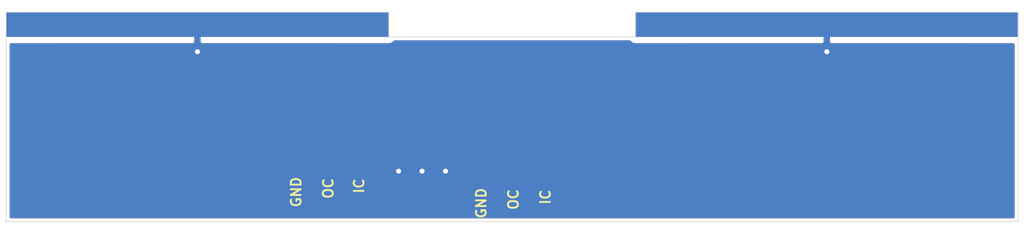
<source format=kicad_pcb>
(kicad_pcb (version 20171130) (host pcbnew "(5.1.10-1-10_14)")

  (general
    (thickness 1.6)
    (drawings 83)
    (tracks 19)
    (zones 0)
    (modules 6)
    (nets 4)
  )

  (page A4)
  (layers
    (0 F.Cu signal)
    (31 B.Cu signal)
    (32 B.Adhes user)
    (33 F.Adhes user)
    (34 B.Paste user)
    (35 F.Paste user)
    (36 B.SilkS user)
    (37 F.SilkS user)
    (38 B.Mask user)
    (39 F.Mask user)
    (40 Dwgs.User user hide)
    (41 Cmts.User user)
    (42 Eco1.User user)
    (43 Eco2.User user)
    (44 Edge.Cuts user)
    (45 Margin user)
    (46 B.CrtYd user hide)
    (47 F.CrtYd user hide)
    (48 B.Fab user hide)
    (49 F.Fab user hide)
  )

  (setup
    (last_trace_width 0.25)
    (trace_clearance 0.2)
    (zone_clearance 0.25)
    (zone_45_only no)
    (trace_min 0.2)
    (via_size 0.8)
    (via_drill 0.4)
    (via_min_size 0.4)
    (via_min_drill 0.3)
    (uvia_size 0.3)
    (uvia_drill 0.1)
    (uvias_allowed no)
    (uvia_min_size 0.2)
    (uvia_min_drill 0.1)
    (edge_width 0.05)
    (segment_width 0.2)
    (pcb_text_width 0.3)
    (pcb_text_size 1.5 1.5)
    (mod_edge_width 0.12)
    (mod_text_size 1 1)
    (mod_text_width 0.15)
    (pad_size 1.524 1.524)
    (pad_drill 0.762)
    (pad_to_mask_clearance 0)
    (aux_axis_origin 0 0)
    (visible_elements FFFFFFFF)
    (pcbplotparams
      (layerselection 0x010fc_ffffffff)
      (usegerberextensions false)
      (usegerberattributes true)
      (usegerberadvancedattributes true)
      (creategerberjobfile true)
      (excludeedgelayer true)
      (linewidth 0.100000)
      (plotframeref false)
      (viasonmask false)
      (mode 1)
      (useauxorigin false)
      (hpglpennumber 1)
      (hpglpenspeed 20)
      (hpglpendiameter 15.000000)
      (psnegative false)
      (psa4output false)
      (plotreference true)
      (plotvalue true)
      (plotinvisibletext false)
      (padsonsilk false)
      (subtractmaskfromsilk false)
      (outputformat 1)
      (mirror false)
      (drillshape 1)
      (scaleselection 1)
      (outputdirectory ""))
  )

  (net 0 "")
  (net 1 GND)
  (net 2 /OC)
  (net 3 /IC)

  (net_class Default "This is the default net class."
    (clearance 0.2)
    (trace_width 0.25)
    (via_dia 0.8)
    (via_drill 0.4)
    (uvia_dia 0.3)
    (uvia_drill 0.1)
    (add_net /IC)
    (add_net /OC)
    (add_net GND)
  )

  (module cycfi_library:single-pad-31x2 (layer F.Cu) (tedit 6158F2BE) (tstamp 61595235)
    (at 104.5 103)
    (path /615907E2)
    (fp_text reference H4 (at 0 2.54) (layer F.SilkS) hide
      (effects (font (size 1 1) (thickness 0.15)))
    )
    (fp_text value single_pad_smd (at 0 -2.54) (layer F.Fab)
      (effects (font (size 1 1) (thickness 0.15)))
    )
    (pad 1 smd rect (at 0 0) (size 31 2) (layers F.Cu F.Paste F.Mask)
      (net 1 GND))
  )

  (module cycfi_library:single-pad-31x2 (layer B.Cu) (tedit 6158F2BE) (tstamp 61595230)
    (at 104.5 103)
    (path /61591675)
    (fp_text reference H3 (at 0 -2.54) (layer B.SilkS) hide
      (effects (font (size 1 1) (thickness 0.15)) (justify mirror))
    )
    (fp_text value single_pad_smd (at 0 2.54) (layer B.Fab)
      (effects (font (size 1 1) (thickness 0.15)) (justify mirror))
    )
    (pad 1 smd rect (at 0 0) (size 31 2) (layers B.Cu B.Paste B.Mask)
      (net 1 GND))
  )

  (module cycfi_library:single-pad-31x2 (layer F.Cu) (tedit 6158F2BE) (tstamp 615952B2)
    (at 155.5 103)
    (path /61591B80)
    (fp_text reference H2 (at 0 2.54) (layer F.SilkS) hide
      (effects (font (size 1 1) (thickness 0.15)))
    )
    (fp_text value single_pad_smd (at 0 -2.54) (layer F.Fab)
      (effects (font (size 1 1) (thickness 0.15)))
    )
    (pad 1 smd rect (at 0 0) (size 31 2) (layers F.Cu F.Paste F.Mask)
      (net 1 GND))
  )

  (module cycfi_library:single-pad-31x2 (layer B.Cu) (tedit 6158F2BE) (tstamp 6159561C)
    (at 155.5 103)
    (path /61592051)
    (fp_text reference H1 (at 0 -2.54) (layer B.SilkS) hide
      (effects (font (size 1 1) (thickness 0.15)) (justify mirror))
    )
    (fp_text value single_pad_smd (at 0 2.54) (layer B.Fab)
      (effects (font (size 1 1) (thickness 0.15)) (justify mirror))
    )
    (pad 1 smd rect (at 0 0) (size 31 2) (layers B.Cu B.Paste B.Mask)
      (net 1 GND))
  )

  (module cycfi_library:xr2-coil-connector-square (layer F.Cu) (tedit 6158F6EE) (tstamp 615957C3)
    (at 130 115)
    (path /615174B9)
    (fp_text reference J2 (at 4.7 0) (layer F.SilkS) hide
      (effects (font (size 1 1) (thickness 0.15)))
    )
    (fp_text value Conn_01x03 (at 0 -3.81) (layer F.Fab)
      (effects (font (size 1 1) (thickness 0.15)))
    )
    (fp_text user GND (at -2.5 2.5 90) (layer F.SilkS)
      (effects (font (size 0.8 0.8) (thickness 0.15)))
    )
    (fp_text user OC (at 0.1 2.2 90) (layer F.SilkS)
      (effects (font (size 0.8 0.8) (thickness 0.15)))
    )
    (fp_text user IC (at 2.7 2 90) (layer F.SilkS)
      (effects (font (size 0.8 0.8) (thickness 0.15)))
    )
    (pad 3 smd rect (at 2.54 0) (size 1.5 2) (layers F.Cu F.Paste F.Mask)
      (net 3 /IC))
    (pad 2 smd rect (at 0 0) (size 1.5 2) (layers F.Cu F.Paste F.Mask)
      (net 2 /OC))
    (pad 1 smd rect (at -2.54 0) (size 1.5 2) (layers F.Cu F.Paste F.Mask)
      (net 1 GND))
  )

  (module cycfi_library:xr2-coil-connector-square (layer F.Cu) (tedit 6158F6EE) (tstamp 61595A94)
    (at 115 114)
    (path /6158F194)
    (fp_text reference J1 (at -4.6 -0.1) (layer F.SilkS) hide
      (effects (font (size 1 1) (thickness 0.15)))
    )
    (fp_text value Conn_01x03 (at 0 -3.81) (layer F.Fab)
      (effects (font (size 1 1) (thickness 0.15)))
    )
    (fp_text user GND (at -2.5 2.6 90) (layer F.SilkS)
      (effects (font (size 0.8 0.8) (thickness 0.15)))
    )
    (fp_text user OC (at 0.1 2.3 90) (layer F.SilkS)
      (effects (font (size 0.8 0.8) (thickness 0.15)))
    )
    (fp_text user IC (at 2.6 2.1 90) (layer F.SilkS)
      (effects (font (size 0.8 0.8) (thickness 0.15)))
    )
    (pad 3 smd rect (at 2.54 0) (size 1.5 2) (layers F.Cu F.Paste F.Mask)
      (net 3 /IC))
    (pad 2 smd rect (at 0 0) (size 1.5 2) (layers F.Cu F.Paste F.Mask)
      (net 2 /OC))
    (pad 1 smd rect (at -2.54 0) (size 1.5 2) (layers F.Cu F.Paste F.Mask)
      (net 1 GND))
  )

  (gr_line (start 116.79 113) (end 116.79 115) (layer Dwgs.User) (width 0.05))
  (gr_line (start 118.29 113) (end 116.79 115) (layer Dwgs.User) (width 0.05))
  (gr_line (start 128.21 116) (end 126.71 116) (layer Dwgs.User) (width 0.05))
  (gr_line (start 128.21 114) (end 128.21 116) (layer Dwgs.User) (width 0.05))
  (gr_line (start 126.71 114) (end 128.21 114) (layer Dwgs.User) (width 0.05))
  (gr_line (start 126.71 116) (end 126.71 114) (layer Dwgs.User) (width 0.05))
  (gr_line (start 130.75 116) (end 129.25 116) (layer Dwgs.User) (width 0.05))
  (gr_line (start 89 104) (end 120 104) (layer Dwgs.User) (width 0.05))
  (gr_line (start 140 104) (end 171 104) (layer Dwgs.User) (width 0.05))
  (gr_line (start 171 104) (end 171 102) (layer Dwgs.User) (width 0.05))
  (gr_line (start 118.29 115) (end 116.79 115) (layer Dwgs.User) (width 0.05))
  (gr_line (start 118.29 113) (end 118.29 115) (layer Dwgs.User) (width 0.05))
  (gr_line (start 130.75 114) (end 130.75 116) (layer Dwgs.User) (width 0.05))
  (gr_line (start 133.29 116) (end 131.79 116) (layer Dwgs.User) (width 0.05))
  (gr_line (start 111.71 115) (end 113.21 115) (layer Dwgs.User) (width 0.05))
  (gr_line (start 128.21 116) (end 126.71 114) (layer Dwgs.User) (width 0.05))
  (gr_line (start 130.75 116) (end 129.25 114) (layer Dwgs.User) (width 0.05))
  (gr_line (start 115.75 115) (end 114.25 113) (layer Dwgs.User) (width 0.05))
  (gr_line (start 113.21 113) (end 111.71 113) (layer Dwgs.User) (width 0.05))
  (gr_line (start 128.21 116) (end 126.71 116) (layer Dwgs.User) (width 0.05))
  (gr_line (start 128.21 114) (end 128.21 116) (layer Dwgs.User) (width 0.05))
  (gr_line (start 113.21 113) (end 113.21 115) (layer Dwgs.User) (width 0.05))
  (gr_line (start 128.21 114) (end 126.71 116) (layer Dwgs.User) (width 0.05))
  (gr_line (start 126.71 114) (end 126.71 116) (layer Dwgs.User) (width 0.05))
  (gr_line (start 114.25 113) (end 114.25 115) (layer Dwgs.User) (width 0.05))
  (gr_line (start 128.21 114) (end 126.71 114) (layer Dwgs.User) (width 0.05))
  (gr_line (start 111.71 113) (end 111.71 115) (layer Dwgs.User) (width 0.05))
  (gr_arc (start 130 939.999999) (end 171 100) (angle -5.588724109) (layer Dwgs.User) (width 0.05))
  (gr_line (start 89 100) (end 89 102) (layer Dwgs.User) (width 0.05))
  (gr_line (start 171 102) (end 171 100) (layer Dwgs.User) (width 0.05))
  (gr_line (start 89 104) (end 89 119) (layer Dwgs.User) (width 0.05))
  (gr_line (start 89 119) (end 171 119) (layer Dwgs.User) (width 0.05))
  (gr_line (start 140 104) (end 120 104) (layer Dwgs.User) (width 0.05))
  (gr_line (start 171 119) (end 171 104) (layer Dwgs.User) (width 0.05))
  (gr_line (start 118.29 115) (end 116.79 115) (layer Dwgs.User) (width 0.05))
  (gr_line (start 116.79 113) (end 118.29 113) (layer Dwgs.User) (width 0.05))
  (gr_line (start 118.29 113) (end 116.79 113) (layer Dwgs.User) (width 0.05))
  (gr_line (start 120 104) (end 120 102) (layer Dwgs.User) (width 0.05))
  (gr_line (start 120 102) (end 89 102) (layer Dwgs.User) (width 0.05))
  (gr_line (start 89 102) (end 89 104) (layer Dwgs.User) (width 0.05))
  (gr_line (start 115.75 115) (end 114.25 115) (layer Dwgs.User) (width 0.05))
  (gr_line (start 130.75 114) (end 129.25 116) (layer Dwgs.User) (width 0.05))
  (gr_line (start 115.75 113) (end 114.25 113) (layer Dwgs.User) (width 0.05))
  (gr_line (start 116.79 115) (end 116.79 113) (layer Dwgs.User) (width 0.05))
  (gr_line (start 118.29 113) (end 118.29 115) (layer Dwgs.User) (width 0.05))
  (gr_line (start 114.25 115) (end 114.25 113) (layer Dwgs.User) (width 0.05))
  (gr_line (start 115.75 115) (end 114.25 115) (layer Dwgs.User) (width 0.05))
  (gr_line (start 113.21 113) (end 111.71 115) (layer Dwgs.User) (width 0.05))
  (gr_line (start 133.29 114) (end 131.79 114) (layer Dwgs.User) (width 0.05))
  (gr_line (start 133.29 114) (end 133.29 116) (layer Dwgs.User) (width 0.05))
  (gr_line (start 133.29 114) (end 131.79 116) (layer Dwgs.User) (width 0.05))
  (gr_line (start 129.25 114) (end 129.25 116) (layer Dwgs.User) (width 0.05))
  (gr_line (start 115.75 113) (end 114.25 115) (layer Dwgs.User) (width 0.05))
  (gr_line (start 129.25 114) (end 130.75 114) (layer Dwgs.User) (width 0.05))
  (gr_line (start 130.75 116) (end 129.25 116) (layer Dwgs.User) (width 0.05))
  (gr_line (start 130.75 114) (end 130.75 116) (layer Dwgs.User) (width 0.05))
  (gr_line (start 129.25 116) (end 129.25 114) (layer Dwgs.User) (width 0.05))
  (gr_line (start 131.79 116) (end 131.79 114) (layer Dwgs.User) (width 0.05))
  (gr_line (start 133.29 116) (end 131.79 116) (layer Dwgs.User) (width 0.05))
  (gr_line (start 133.29 114) (end 133.29 116) (layer Dwgs.User) (width 0.05))
  (gr_line (start 113.21 113) (end 113.21 115) (layer Dwgs.User) (width 0.05))
  (gr_line (start 111.71 113) (end 113.21 113) (layer Dwgs.User) (width 0.05))
  (gr_line (start 111.71 115) (end 111.71 113) (layer Dwgs.User) (width 0.05))
  (gr_line (start 113.21 115) (end 111.71 115) (layer Dwgs.User) (width 0.05))
  (gr_line (start 115.75 113) (end 115.75 115) (layer Dwgs.User) (width 0.05))
  (gr_line (start 114.25 113) (end 115.75 113) (layer Dwgs.User) (width 0.05))
  (gr_line (start 131.79 114) (end 133.29 114) (layer Dwgs.User) (width 0.05))
  (gr_line (start 133.29 116) (end 131.79 114) (layer Dwgs.User) (width 0.05))
  (gr_line (start 113.21 115) (end 111.71 113) (layer Dwgs.User) (width 0.05))
  (gr_line (start 171 102) (end 140 102) (layer Dwgs.User) (width 0.05))
  (gr_line (start 140 102) (end 140 104) (layer Dwgs.User) (width 0.05))
  (gr_line (start 131.79 114) (end 131.79 116) (layer Dwgs.User) (width 0.05))
  (gr_line (start 115.75 113) (end 115.75 115) (layer Dwgs.User) (width 0.05))
  (gr_line (start 130.75 114) (end 129.25 114) (layer Dwgs.User) (width 0.05))
  (gr_line (start 118.29 115) (end 116.79 113) (layer Dwgs.User) (width 0.05))
  (gr_line (start 89 119) (end 89 102) (layer Edge.Cuts) (width 0.05) (tstamp 61595357))
  (gr_line (start 171 119) (end 89 119) (layer Edge.Cuts) (width 0.05))
  (gr_line (start 171 102) (end 171 119) (layer Edge.Cuts) (width 0.05))
  (gr_line (start 140 102) (end 171 102) (layer Edge.Cuts) (width 0.05))
  (gr_line (start 140 104) (end 140 102) (layer Edge.Cuts) (width 0.05))
  (gr_line (start 120 104) (end 140 104) (layer Edge.Cuts) (width 0.05))
  (gr_line (start 120 102) (end 120 104) (layer Edge.Cuts) (width 0.05))
  (gr_line (start 89 102) (end 120 102) (layer Edge.Cuts) (width 0.05))

  (via (at 104.5 105.2) (size 0.8) (drill 0.4) (layers F.Cu B.Cu) (net 1))
  (segment (start 104.5 103) (end 104.5 105.2) (width 0.25) (layer F.Cu) (net 1))
  (segment (start 104.5 105.2) (end 104.5 103) (width 0.25) (layer B.Cu) (net 1))
  (via (at 155.5 105.2) (size 0.8) (drill 0.4) (layers F.Cu B.Cu) (net 1))
  (segment (start 155.5 103) (end 155.5 105.2) (width 0.25) (layer B.Cu) (net 1))
  (segment (start 155.5 105.2) (end 155.5 103) (width 0.25) (layer F.Cu) (net 1))
  (via (at 122.7 114.9) (size 0.8) (drill 0.4) (layers F.Cu B.Cu) (net 1))
  (via (at 124.6 114.9) (size 0.8) (drill 0.4) (layers F.Cu B.Cu) (net 1))
  (via (at 120.8 114.9) (size 0.8) (drill 0.4) (layers F.Cu B.Cu) (net 1))
  (segment (start 115 114) (end 115 113.15) (width 0.25) (layer F.Cu) (net 2))
  (segment (start 115 113.15) (end 115.6 112.55) (width 0.25) (layer F.Cu) (net 2))
  (segment (start 115.6 112.55) (end 128.7 112.55) (width 0.25) (layer F.Cu) (net 2))
  (segment (start 130 113.85) (end 130 115) (width 0.25) (layer F.Cu) (net 2))
  (segment (start 128.7 112.55) (end 130 113.85) (width 0.25) (layer F.Cu) (net 2))
  (segment (start 117.54 114) (end 117.54 115.79) (width 0.25) (layer F.Cu) (net 3))
  (segment (start 117.54 115.79) (end 119 117.25) (width 0.25) (layer F.Cu) (net 3))
  (segment (start 119 117.25) (end 131.25 117.25) (width 0.25) (layer F.Cu) (net 3))
  (segment (start 132.54 115.96) (end 132.54 115) (width 0.25) (layer F.Cu) (net 3))
  (segment (start 131.25 117.25) (end 132.54 115.96) (width 0.25) (layer F.Cu) (net 3))

  (zone (net 1) (net_name GND) (layer B.Cu) (tstamp 61595C82) (hatch edge 0.508)
    (connect_pads (clearance 0.25))
    (min_thickness 0.254)
    (fill yes (arc_segments 32) (thermal_gap 0.508) (thermal_bridge_width 0.508))
    (polygon
      (pts
        (xy 171.5 120) (xy 88.5 120) (xy 88.5 101) (xy 171.5 101)
      )
    )
    (filled_polygon
      (pts
        (xy 104.627 102.873) (xy 119.598 102.873) (xy 119.598001 103.127) (xy 104.627 103.127) (xy 104.627 104.47625)
        (xy 104.78575 104.635) (xy 120 104.638072) (xy 120.124482 104.625812) (xy 120.24418 104.589502) (xy 120.354494 104.530537)
        (xy 120.451185 104.451185) (xy 120.49155 104.402) (xy 139.50845 104.402) (xy 139.548815 104.451185) (xy 139.645506 104.530537)
        (xy 139.75582 104.589502) (xy 139.875518 104.625812) (xy 140 104.638072) (xy 155.21425 104.635) (xy 155.373 104.47625)
        (xy 155.373 103.127) (xy 140.402 103.127) (xy 140.402 102.873) (xy 155.373 102.873) (xy 155.373 102.402)
        (xy 155.627 102.402) (xy 155.627 102.873) (xy 155.647 102.873) (xy 155.647 103.127) (xy 155.627 103.127)
        (xy 155.627 104.47625) (xy 155.78575 104.635) (xy 170.598 104.637991) (xy 170.598001 118.598) (xy 89.402 118.598)
        (xy 89.402 104.637991) (xy 104.21425 104.635) (xy 104.373 104.47625) (xy 104.373 103.127) (xy 104.353 103.127)
        (xy 104.353 102.873) (xy 104.373 102.873) (xy 104.373 102.402) (xy 104.627 102.402)
      )
    )
  )
  (zone (net 1) (net_name GND) (layer F.Cu) (tstamp 61595C7F) (hatch edge 0.508)
    (connect_pads (clearance 0.25))
    (min_thickness 0.254)
    (fill yes (arc_segments 32) (thermal_gap 0.508) (thermal_bridge_width 0.508))
    (polygon
      (pts
        (xy 171.5 120) (xy 88.5 120) (xy 88.5 101) (xy 171.5 101)
      )
    )
    (filled_polygon
      (pts
        (xy 104.627 102.873) (xy 119.598 102.873) (xy 119.598001 103.127) (xy 104.627 103.127) (xy 104.627 104.47625)
        (xy 104.78575 104.635) (xy 120 104.638072) (xy 120.124482 104.625812) (xy 120.24418 104.589502) (xy 120.354494 104.530537)
        (xy 120.451185 104.451185) (xy 120.49155 104.402) (xy 139.50845 104.402) (xy 139.548815 104.451185) (xy 139.645506 104.530537)
        (xy 139.75582 104.589502) (xy 139.875518 104.625812) (xy 140 104.638072) (xy 155.21425 104.635) (xy 155.373 104.47625)
        (xy 155.373 103.127) (xy 140.402 103.127) (xy 140.402 102.873) (xy 155.373 102.873) (xy 155.373 102.402)
        (xy 155.627 102.402) (xy 155.627 102.873) (xy 155.647 102.873) (xy 155.647 103.127) (xy 155.627 103.127)
        (xy 155.627 104.47625) (xy 155.78575 104.635) (xy 170.598 104.637991) (xy 170.598001 118.598) (xy 89.402 118.598)
        (xy 89.402 115) (xy 111.071928 115) (xy 111.084188 115.124482) (xy 111.120498 115.24418) (xy 111.179463 115.354494)
        (xy 111.258815 115.451185) (xy 111.355506 115.530537) (xy 111.46582 115.589502) (xy 111.585518 115.625812) (xy 111.71 115.638072)
        (xy 112.17425 115.635) (xy 112.333 115.47625) (xy 112.333 114.127) (xy 112.587 114.127) (xy 112.587 115.47625)
        (xy 112.74575 115.635) (xy 113.21 115.638072) (xy 113.334482 115.625812) (xy 113.45418 115.589502) (xy 113.564494 115.530537)
        (xy 113.661185 115.451185) (xy 113.740537 115.354494) (xy 113.799502 115.24418) (xy 113.835812 115.124482) (xy 113.848072 115)
        (xy 113.845 114.28575) (xy 113.68625 114.127) (xy 112.587 114.127) (xy 112.333 114.127) (xy 111.23375 114.127)
        (xy 111.075 114.28575) (xy 111.071928 115) (xy 89.402 115) (xy 89.402 113) (xy 111.071928 113)
        (xy 111.075 113.71425) (xy 111.23375 113.873) (xy 112.333 113.873) (xy 112.333 112.52375) (xy 112.587 112.52375)
        (xy 112.587 113.873) (xy 113.68625 113.873) (xy 113.845 113.71425) (xy 113.848072 113) (xy 113.871176 113)
        (xy 113.871176 115) (xy 113.878455 115.073905) (xy 113.900012 115.14497) (xy 113.935019 115.210463) (xy 113.982131 115.267869)
        (xy 114.039537 115.314981) (xy 114.10503 115.349988) (xy 114.176095 115.371545) (xy 114.25 115.378824) (xy 115.75 115.378824)
        (xy 115.823905 115.371545) (xy 115.89497 115.349988) (xy 115.960463 115.314981) (xy 116.017869 115.267869) (xy 116.064981 115.210463)
        (xy 116.099988 115.14497) (xy 116.121545 115.073905) (xy 116.128824 115) (xy 116.128824 113.052) (xy 116.411176 113.052)
        (xy 116.411176 115) (xy 116.418455 115.073905) (xy 116.440012 115.14497) (xy 116.475019 115.210463) (xy 116.522131 115.267869)
        (xy 116.579537 115.314981) (xy 116.64503 115.349988) (xy 116.716095 115.371545) (xy 116.79 115.378824) (xy 117.038001 115.378824)
        (xy 117.038001 115.765347) (xy 117.035573 115.79) (xy 117.045265 115.888409) (xy 117.07397 115.983036) (xy 117.120584 116.070245)
        (xy 117.167601 116.127535) (xy 117.167604 116.127538) (xy 117.183317 116.146684) (xy 117.202463 116.162397) (xy 118.627607 117.587543)
        (xy 118.643316 117.606684) (xy 118.662456 117.622392) (xy 118.662464 117.6224) (xy 118.713074 117.663934) (xy 118.719755 117.669417)
        (xy 118.806964 117.716031) (xy 118.901591 117.744736) (xy 118.975347 117.752) (xy 118.975357 117.752) (xy 119 117.754427)
        (xy 119.024643 117.752) (xy 131.225357 117.752) (xy 131.25 117.754427) (xy 131.274643 117.752) (xy 131.274653 117.752)
        (xy 131.348409 117.744736) (xy 131.443036 117.716031) (xy 131.530245 117.669417) (xy 131.606684 117.606684) (xy 131.622401 117.587533)
        (xy 132.831111 116.378824) (xy 133.29 116.378824) (xy 133.363905 116.371545) (xy 133.43497 116.349988) (xy 133.500463 116.314981)
        (xy 133.557869 116.267869) (xy 133.604981 116.210463) (xy 133.639988 116.14497) (xy 133.661545 116.073905) (xy 133.668824 116)
        (xy 133.668824 114) (xy 133.661545 113.926095) (xy 133.639988 113.85503) (xy 133.604981 113.789537) (xy 133.557869 113.732131)
        (xy 133.500463 113.685019) (xy 133.43497 113.650012) (xy 133.363905 113.628455) (xy 133.29 113.621176) (xy 131.79 113.621176)
        (xy 131.716095 113.628455) (xy 131.64503 113.650012) (xy 131.579537 113.685019) (xy 131.522131 113.732131) (xy 131.475019 113.789537)
        (xy 131.440012 113.85503) (xy 131.418455 113.926095) (xy 131.411176 114) (xy 131.411176 116) (xy 131.418455 116.073905)
        (xy 131.440012 116.14497) (xy 131.475019 116.210463) (xy 131.522131 116.267869) (xy 131.522167 116.267899) (xy 131.042066 116.748)
        (xy 119.207936 116.748) (xy 118.459935 116) (xy 126.071928 116) (xy 126.084188 116.124482) (xy 126.120498 116.24418)
        (xy 126.179463 116.354494) (xy 126.258815 116.451185) (xy 126.355506 116.530537) (xy 126.46582 116.589502) (xy 126.585518 116.625812)
        (xy 126.71 116.638072) (xy 127.17425 116.635) (xy 127.333 116.47625) (xy 127.333 115.127) (xy 127.587 115.127)
        (xy 127.587 116.47625) (xy 127.74575 116.635) (xy 128.21 116.638072) (xy 128.334482 116.625812) (xy 128.45418 116.589502)
        (xy 128.564494 116.530537) (xy 128.661185 116.451185) (xy 128.740537 116.354494) (xy 128.799502 116.24418) (xy 128.835812 116.124482)
        (xy 128.848072 116) (xy 128.845 115.28575) (xy 128.68625 115.127) (xy 127.587 115.127) (xy 127.333 115.127)
        (xy 126.23375 115.127) (xy 126.075 115.28575) (xy 126.071928 116) (xy 118.459935 116) (xy 118.042 115.582066)
        (xy 118.042 115.378824) (xy 118.29 115.378824) (xy 118.363905 115.371545) (xy 118.43497 115.349988) (xy 118.500463 115.314981)
        (xy 118.557869 115.267869) (xy 118.604981 115.210463) (xy 118.639988 115.14497) (xy 118.661545 115.073905) (xy 118.668824 115)
        (xy 118.668824 114) (xy 126.071928 114) (xy 126.075 114.71425) (xy 126.23375 114.873) (xy 127.333 114.873)
        (xy 127.333 113.52375) (xy 127.587 113.52375) (xy 127.587 114.873) (xy 128.68625 114.873) (xy 128.845 114.71425)
        (xy 128.848072 114) (xy 128.835812 113.875518) (xy 128.799502 113.75582) (xy 128.740537 113.645506) (xy 128.661185 113.548815)
        (xy 128.564494 113.469463) (xy 128.45418 113.410498) (xy 128.334482 113.374188) (xy 128.21 113.361928) (xy 127.74575 113.365)
        (xy 127.587 113.52375) (xy 127.333 113.52375) (xy 127.17425 113.365) (xy 126.71 113.361928) (xy 126.585518 113.374188)
        (xy 126.46582 113.410498) (xy 126.355506 113.469463) (xy 126.258815 113.548815) (xy 126.179463 113.645506) (xy 126.120498 113.75582)
        (xy 126.084188 113.875518) (xy 126.071928 114) (xy 118.668824 114) (xy 118.668824 113.052) (xy 128.492066 113.052)
        (xy 129.095285 113.655221) (xy 129.039537 113.685019) (xy 128.982131 113.732131) (xy 128.935019 113.789537) (xy 128.900012 113.85503)
        (xy 128.878455 113.926095) (xy 128.871176 114) (xy 128.871176 116) (xy 128.878455 116.073905) (xy 128.900012 116.14497)
        (xy 128.935019 116.210463) (xy 128.982131 116.267869) (xy 129.039537 116.314981) (xy 129.10503 116.349988) (xy 129.176095 116.371545)
        (xy 129.25 116.378824) (xy 130.75 116.378824) (xy 130.823905 116.371545) (xy 130.89497 116.349988) (xy 130.960463 116.314981)
        (xy 131.017869 116.267869) (xy 131.064981 116.210463) (xy 131.099988 116.14497) (xy 131.121545 116.073905) (xy 131.128824 116)
        (xy 131.128824 114) (xy 131.121545 113.926095) (xy 131.099988 113.85503) (xy 131.064981 113.789537) (xy 131.017869 113.732131)
        (xy 130.960463 113.685019) (xy 130.89497 113.650012) (xy 130.823905 113.628455) (xy 130.75 113.621176) (xy 130.446903 113.621176)
        (xy 130.419417 113.569754) (xy 130.3724 113.512464) (xy 130.372392 113.512456) (xy 130.356684 113.493316) (xy 130.337543 113.477607)
        (xy 129.072401 112.212467) (xy 129.056684 112.193316) (xy 128.980245 112.130583) (xy 128.893036 112.083969) (xy 128.798409 112.055264)
        (xy 128.724653 112.048) (xy 128.724643 112.048) (xy 128.7 112.045573) (xy 128.675357 112.048) (xy 115.624642 112.048)
        (xy 115.599999 112.045573) (xy 115.575356 112.048) (xy 115.575347 112.048) (xy 115.501591 112.055264) (xy 115.406964 112.083969)
        (xy 115.319755 112.130583) (xy 115.243316 112.193316) (xy 115.227603 112.212462) (xy 114.81889 112.621176) (xy 114.25 112.621176)
        (xy 114.176095 112.628455) (xy 114.10503 112.650012) (xy 114.039537 112.685019) (xy 113.982131 112.732131) (xy 113.935019 112.789537)
        (xy 113.900012 112.85503) (xy 113.878455 112.926095) (xy 113.871176 113) (xy 113.848072 113) (xy 113.835812 112.875518)
        (xy 113.799502 112.75582) (xy 113.740537 112.645506) (xy 113.661185 112.548815) (xy 113.564494 112.469463) (xy 113.45418 112.410498)
        (xy 113.334482 112.374188) (xy 113.21 112.361928) (xy 112.74575 112.365) (xy 112.587 112.52375) (xy 112.333 112.52375)
        (xy 112.17425 112.365) (xy 111.71 112.361928) (xy 111.585518 112.374188) (xy 111.46582 112.410498) (xy 111.355506 112.469463)
        (xy 111.258815 112.548815) (xy 111.179463 112.645506) (xy 111.120498 112.75582) (xy 111.084188 112.875518) (xy 111.071928 113)
        (xy 89.402 113) (xy 89.402 104.637991) (xy 104.21425 104.635) (xy 104.373 104.47625) (xy 104.373 103.127)
        (xy 104.353 103.127) (xy 104.353 102.873) (xy 104.373 102.873) (xy 104.373 102.402) (xy 104.627 102.402)
      )
    )
  )
)

</source>
